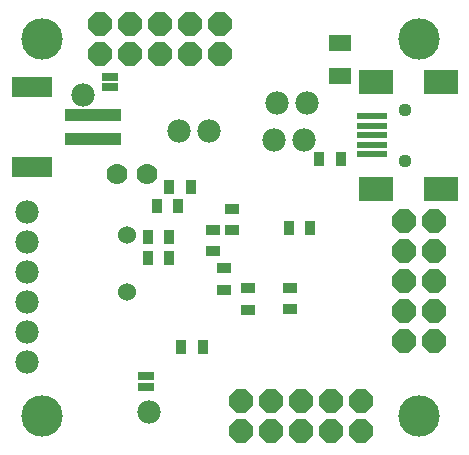
<source format=gbs>
G75*
%MOIN*%
%OFA0B0*%
%FSLAX25Y25*%
%IPPOS*%
%LPD*%
%AMOC8*
5,1,8,0,0,1.08239X$1,22.5*
%
%ADD10C,0.13786*%
%ADD11R,0.05124X0.03550*%
%ADD12R,0.03550X0.05124*%
%ADD13R,0.18510X0.04337*%
%ADD14R,0.13786X0.06699*%
%ADD15C,0.07800*%
%ADD16OC8,0.07800*%
%ADD17R,0.07400X0.05400*%
%ADD18R,0.05400X0.02900*%
%ADD19R,0.10400X0.02400*%
%ADD20R,0.11400X0.08274*%
%ADD21C,0.04400*%
%ADD22C,0.06000*%
%ADD23C,0.07000*%
D10*
X0017650Y0017394D03*
X0143635Y0017394D03*
X0143635Y0143378D03*
X0017650Y0143378D03*
D11*
X0081194Y0086685D03*
X0081194Y0079598D03*
X0074658Y0079559D03*
X0074658Y0072472D03*
X0078595Y0066803D03*
X0078595Y0059717D03*
X0086430Y0060071D03*
X0086430Y0052984D03*
X0100564Y0053102D03*
X0100564Y0060189D03*
D12*
X0100052Y0080228D03*
X0107139Y0080228D03*
X0110249Y0103220D03*
X0117335Y0103220D03*
X0067335Y0093850D03*
X0063202Y0087512D03*
X0060249Y0093850D03*
X0056115Y0087512D03*
X0053044Y0077236D03*
X0060131Y0077236D03*
X0060091Y0070228D03*
X0053005Y0070228D03*
X0064265Y0040583D03*
X0071351Y0040583D03*
D13*
X0034894Y0109913D03*
X0034894Y0117787D03*
D14*
X0014422Y0127236D03*
X0014422Y0100465D03*
D15*
X0012926Y0085504D03*
X0012926Y0075504D03*
X0012926Y0065504D03*
X0012926Y0055504D03*
X0012926Y0045504D03*
X0012926Y0035504D03*
X0053517Y0018929D03*
X0095209Y0109598D03*
X0105209Y0109598D03*
X0106076Y0121882D03*
X0096076Y0121882D03*
X0073320Y0112669D03*
X0063320Y0112669D03*
X0031312Y0124717D03*
D16*
X0037020Y0138378D03*
X0037020Y0148378D03*
X0047020Y0148378D03*
X0047020Y0138378D03*
X0057020Y0138378D03*
X0057020Y0148378D03*
X0067020Y0148378D03*
X0067020Y0138378D03*
X0077020Y0138378D03*
X0077020Y0148378D03*
X0138635Y0082669D03*
X0148635Y0082669D03*
X0148635Y0072669D03*
X0138635Y0072669D03*
X0138635Y0062669D03*
X0148635Y0062669D03*
X0148635Y0052669D03*
X0148635Y0042669D03*
X0138635Y0042669D03*
X0138635Y0052669D03*
X0124265Y0022394D03*
X0124265Y0012394D03*
X0114265Y0012394D03*
X0114265Y0022394D03*
X0104265Y0022394D03*
X0104265Y0012394D03*
X0094265Y0012394D03*
X0094265Y0022394D03*
X0084265Y0022394D03*
X0084265Y0012394D03*
D17*
X0117099Y0131028D03*
X0117099Y0142028D03*
D18*
X0040328Y0130622D03*
X0040328Y0127079D03*
X0052532Y0030780D03*
X0052532Y0027236D03*
D19*
X0127969Y0104795D03*
X0127969Y0107945D03*
X0127969Y0111094D03*
X0127969Y0114244D03*
X0127969Y0117394D03*
D20*
X0129127Y0128811D03*
X0150780Y0128811D03*
X0150780Y0093378D03*
X0129127Y0093378D03*
D21*
X0138969Y0102594D03*
X0138969Y0119594D03*
D22*
X0046233Y0077917D03*
X0046233Y0058917D03*
D23*
X0042887Y0098102D03*
X0052887Y0098102D03*
M02*

</source>
